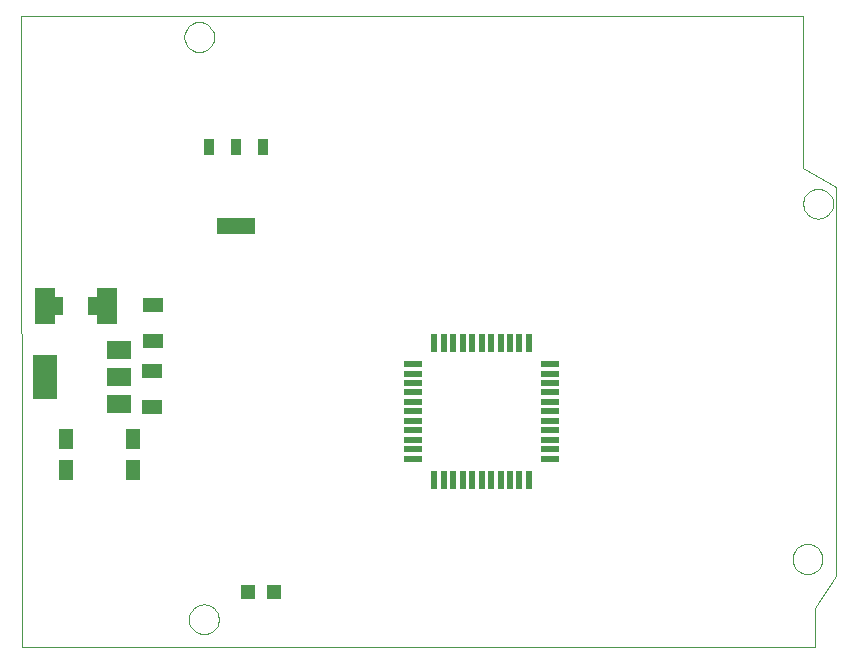
<source format=gbr>
G04 PROTEUS GERBER X2 FILE*
%TF.GenerationSoftware,Labcenter,Proteus,8.17-SP5-Build39395*%
%TF.CreationDate,2026-01-10T11:00:32+00:00*%
%TF.FileFunction,Paste,Top*%
%TF.FilePolarity,Positive*%
%TF.Part,Single*%
%TF.SameCoordinates,{bf2e7aaa-9c56-4ce5-bc4f-43878dba84a3}*%
%FSLAX45Y45*%
%MOMM*%
G01*
%TA.AperFunction,Material*%
%ADD103R,0.500000X1.500000*%
%ADD104R,1.500000X0.500000*%
%TA.AperFunction,Material*%
%ADD105R,1.803400X1.143000*%
%TA.AperFunction,Material*%
%ADD106R,2.032000X1.524000*%
%ADD107R,2.032000X3.810000*%
%TA.AperFunction,Material*%
%ADD108R,1.244600X1.803400*%
%ADD109R,1.016000X1.524000*%
%ADD110R,1.780000X3.150000*%
%AMPPAD101*
4,1,36,
-0.463580,-0.599100,
-0.459500,-0.612240,
-0.453040,-0.624130,
-0.444490,-0.634490,
-0.434130,-0.643040,
-0.422240,-0.649500,
-0.409100,-0.653580,
-0.395000,-0.655000,
0.395000,-0.655000,
0.409100,-0.653580,
0.422240,-0.649500,
0.434130,-0.643040,
0.444490,-0.634490,
0.453040,-0.624130,
0.459500,-0.612240,
0.463580,-0.599100,
0.465000,-0.585000,
0.465000,0.585000,
0.463580,0.599100,
0.459500,0.612240,
0.453040,0.624130,
0.444490,0.634490,
0.434130,0.643040,
0.422240,0.649500,
0.409100,0.653580,
0.395000,0.655000,
-0.395000,0.655000,
-0.409100,0.653580,
-0.422240,0.649500,
-0.434130,0.643040,
-0.444490,0.634490,
-0.453040,0.624130,
-0.459500,0.612240,
-0.463580,0.599100,
-0.465000,0.585000,
-0.465000,-0.585000,
-0.463580,-0.599100,
0*%
%TA.AperFunction,Material*%
%ADD111PPAD101*%
%AMPPAD102*
4,1,36,
-1.617970,-0.575150,
-1.612140,-0.593920,
-1.602920,-0.610910,
-1.590710,-0.625710,
-1.575910,-0.637920,
-1.558920,-0.647140,
-1.540150,-0.652970,
-1.520000,-0.655000,
1.520000,-0.655000,
1.540150,-0.652970,
1.558920,-0.647140,
1.575910,-0.637920,
1.590710,-0.625710,
1.602920,-0.610910,
1.612140,-0.593920,
1.617970,-0.575150,
1.620000,-0.555000,
1.620000,0.555000,
1.617970,0.575150,
1.612140,0.593920,
1.602920,0.610910,
1.590710,0.625710,
1.575910,0.637920,
1.558920,0.647140,
1.540150,0.652970,
1.520000,0.655000,
-1.520000,0.655000,
-1.540150,0.652970,
-1.558920,0.647140,
-1.575910,0.637920,
-1.590710,0.625710,
-1.602920,0.610910,
-1.612140,0.593920,
-1.617970,0.575150,
-1.620000,0.555000,
-1.620000,-0.555000,
-1.617970,-0.575150,
0*%
%ADD112PPAD102*%
%TA.AperFunction,Material*%
%ADD113R,1.150000X1.300000*%
%TA.AperFunction,Profile*%
%ADD51C,0.101600*%
%TD.AperFunction*%
D103*
X+279837Y+7142000D03*
X+199837Y+7142000D03*
X+119837Y+7142000D03*
X+39837Y+7142000D03*
X-40153Y+7142000D03*
X-120163Y+7142000D03*
X-200173Y+7142000D03*
X-280163Y+7142000D03*
X-360163Y+7142000D03*
X-440163Y+7142000D03*
X-520163Y+7142000D03*
D104*
X-700163Y+6962000D03*
X-700163Y+6882000D03*
X-700163Y+6802000D03*
X-700163Y+6722000D03*
X-700163Y+6642010D03*
X-700163Y+6562000D03*
X-700163Y+6481990D03*
X-700163Y+6402000D03*
X-700163Y+6322000D03*
X-700163Y+6242000D03*
X-700163Y+6162000D03*
D103*
X-520163Y+5982000D03*
X-440163Y+5982000D03*
X-360163Y+5982000D03*
X-280163Y+5982000D03*
X-200173Y+5982000D03*
X-120163Y+5982000D03*
X-40153Y+5982000D03*
X+39837Y+5982000D03*
X+119837Y+5982000D03*
X+199837Y+5982000D03*
X+279837Y+5982000D03*
D104*
X+459837Y+6162000D03*
X+459837Y+6242000D03*
X+459837Y+6322000D03*
X+459837Y+6402000D03*
X+459837Y+6481990D03*
X+459837Y+6562000D03*
X+459837Y+6642010D03*
X+459837Y+6722000D03*
X+459837Y+6802000D03*
X+459837Y+6882000D03*
X+459837Y+6962000D03*
D105*
X-2910000Y+6900000D03*
X-2910000Y+6600000D03*
D106*
X-3190000Y+6620000D03*
D107*
X-3819920Y+6851140D03*
D106*
X-3190000Y+6851140D03*
X-3190000Y+7082280D03*
D108*
X-3640000Y+6325000D03*
X-3640000Y+6065000D03*
X-3070000Y+6325000D03*
X-3070000Y+6065000D03*
D109*
X-3714960Y+7450000D03*
X-3400000Y+7450000D03*
D110*
X-3814000Y+7450000D03*
X-3290000Y+7450000D03*
D111*
X-1970000Y+8800000D03*
X-2199000Y+8800000D03*
X-2428000Y+8800000D03*
D112*
X-2199000Y+8132000D03*
D113*
X-2099200Y+5034800D03*
X-1875200Y+5034800D03*
D105*
X-2900000Y+7160000D03*
X-2900000Y+7460000D03*
D51*
X+2700000Y+4900000D02*
X+2880000Y+5170000D01*
X+2700000Y+4570000D02*
X-4010000Y+4570000D01*
X-4020000Y+9910000D01*
X+2600000Y+9910000D01*
X+2600000Y+8620000D01*
X+2880000Y+8460000D01*
X+2880000Y+5170000D01*
X-2384640Y+9730249D02*
X-2385066Y+9740627D01*
X-2388528Y+9761385D01*
X-2395763Y+9782143D01*
X-2407557Y+9802901D01*
X-2425602Y+9823498D01*
X-2446360Y+9838972D01*
X-2467118Y+9848925D01*
X-2487876Y+9854691D01*
X-2508634Y+9856842D01*
X-2511260Y+9856869D01*
X-2637880Y+9730249D02*
X-2637454Y+9740627D01*
X-2633992Y+9761385D01*
X-2626757Y+9782143D01*
X-2614963Y+9802901D01*
X-2596918Y+9823498D01*
X-2576160Y+9838972D01*
X-2555402Y+9848925D01*
X-2534644Y+9854691D01*
X-2513886Y+9856842D01*
X-2511260Y+9856869D01*
X-2637880Y+9730249D02*
X-2637454Y+9719871D01*
X-2633992Y+9699113D01*
X-2626757Y+9678355D01*
X-2614963Y+9657597D01*
X-2596918Y+9637000D01*
X-2576160Y+9621526D01*
X-2555402Y+9611573D01*
X-2534644Y+9605807D01*
X-2513886Y+9603656D01*
X-2511260Y+9603629D01*
X-2384640Y+9730249D02*
X-2385066Y+9719871D01*
X-2388528Y+9699113D01*
X-2395763Y+9678355D01*
X-2407557Y+9657597D01*
X-2425602Y+9637000D01*
X-2446360Y+9621526D01*
X-2467118Y+9611573D01*
X-2487876Y+9605807D01*
X-2508634Y+9603656D01*
X-2511260Y+9603629D01*
X+2765360Y+5310249D02*
X+2764934Y+5320627D01*
X+2761472Y+5341385D01*
X+2754237Y+5362143D01*
X+2742443Y+5382901D01*
X+2724398Y+5403498D01*
X+2703640Y+5418972D01*
X+2682882Y+5428925D01*
X+2662124Y+5434691D01*
X+2641366Y+5436842D01*
X+2638740Y+5436869D01*
X+2512120Y+5310249D02*
X+2512546Y+5320627D01*
X+2516008Y+5341385D01*
X+2523243Y+5362143D01*
X+2535037Y+5382901D01*
X+2553082Y+5403498D01*
X+2573840Y+5418972D01*
X+2594598Y+5428925D01*
X+2615356Y+5434691D01*
X+2636114Y+5436842D01*
X+2638740Y+5436869D01*
X+2512120Y+5310249D02*
X+2512546Y+5299871D01*
X+2516008Y+5279113D01*
X+2523243Y+5258355D01*
X+2535037Y+5237597D01*
X+2553082Y+5217000D01*
X+2573840Y+5201526D01*
X+2594598Y+5191573D01*
X+2615356Y+5185807D01*
X+2636114Y+5183656D01*
X+2638740Y+5183629D01*
X+2765360Y+5310249D02*
X+2764934Y+5299871D01*
X+2761472Y+5279113D01*
X+2754237Y+5258355D01*
X+2742443Y+5237597D01*
X+2724398Y+5217000D01*
X+2703640Y+5201526D01*
X+2682882Y+5191573D01*
X+2662124Y+5185807D01*
X+2641366Y+5183656D01*
X+2638740Y+5183629D01*
X-2344640Y+4800249D02*
X-2345066Y+4810627D01*
X-2348528Y+4831385D01*
X-2355763Y+4852143D01*
X-2367557Y+4872901D01*
X-2385602Y+4893498D01*
X-2406360Y+4908972D01*
X-2427118Y+4918925D01*
X-2447876Y+4924691D01*
X-2468634Y+4926842D01*
X-2471260Y+4926869D01*
X-2597880Y+4800249D02*
X-2597454Y+4810627D01*
X-2593992Y+4831385D01*
X-2586757Y+4852143D01*
X-2574963Y+4872901D01*
X-2556918Y+4893498D01*
X-2536160Y+4908972D01*
X-2515402Y+4918925D01*
X-2494644Y+4924691D01*
X-2473886Y+4926842D01*
X-2471260Y+4926869D01*
X-2597880Y+4800249D02*
X-2597454Y+4789871D01*
X-2593992Y+4769113D01*
X-2586757Y+4748355D01*
X-2574963Y+4727597D01*
X-2556918Y+4707000D01*
X-2536160Y+4691526D01*
X-2515402Y+4681573D01*
X-2494644Y+4675807D01*
X-2473886Y+4673656D01*
X-2471260Y+4673629D01*
X-2344640Y+4800249D02*
X-2345066Y+4789871D01*
X-2348528Y+4769113D01*
X-2355763Y+4748355D01*
X-2367557Y+4727597D01*
X-2385602Y+4707000D01*
X-2406360Y+4691526D01*
X-2427118Y+4681573D01*
X-2447876Y+4675807D01*
X-2468634Y+4673656D01*
X-2471260Y+4673629D01*
X+2855396Y+8320499D02*
X+2854970Y+8330877D01*
X+2851508Y+8351635D01*
X+2844273Y+8372393D01*
X+2832479Y+8393151D01*
X+2814434Y+8413748D01*
X+2793676Y+8429222D01*
X+2772918Y+8439175D01*
X+2752160Y+8444941D01*
X+2731402Y+8447092D01*
X+2728776Y+8447119D01*
X+2602156Y+8320499D02*
X+2602582Y+8330877D01*
X+2606044Y+8351635D01*
X+2613279Y+8372393D01*
X+2625073Y+8393151D01*
X+2643118Y+8413748D01*
X+2663876Y+8429222D01*
X+2684634Y+8439175D01*
X+2705392Y+8444941D01*
X+2726150Y+8447092D01*
X+2728776Y+8447119D01*
X+2602156Y+8320499D02*
X+2602582Y+8310121D01*
X+2606044Y+8289363D01*
X+2613279Y+8268605D01*
X+2625073Y+8247847D01*
X+2643118Y+8227250D01*
X+2663876Y+8211776D01*
X+2684634Y+8201823D01*
X+2705392Y+8196057D01*
X+2726150Y+8193906D01*
X+2728776Y+8193879D01*
X+2855396Y+8320499D02*
X+2854970Y+8310121D01*
X+2851508Y+8289363D01*
X+2844273Y+8268605D01*
X+2832479Y+8247847D01*
X+2814434Y+8227250D01*
X+2793676Y+8211776D01*
X+2772918Y+8201823D01*
X+2752160Y+8196057D01*
X+2731402Y+8193906D01*
X+2728776Y+8193879D01*
X+2700000Y+4900000D02*
X+2700000Y+4570000D01*
M02*

</source>
